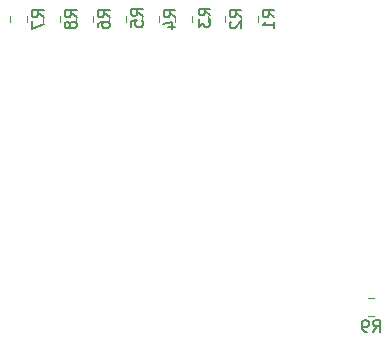
<source format=gbo>
%TF.GenerationSoftware,KiCad,Pcbnew,8.0.4*%
%TF.CreationDate,2024-08-29T11:46:16+07:00*%
%TF.ProjectId,ESP32,45535033-322e-46b6-9963-61645f706362,rev?*%
%TF.SameCoordinates,Original*%
%TF.FileFunction,Legend,Bot*%
%TF.FilePolarity,Positive*%
%FSLAX46Y46*%
G04 Gerber Fmt 4.6, Leading zero omitted, Abs format (unit mm)*
G04 Created by KiCad (PCBNEW 8.0.4) date 2024-08-29 11:46:16*
%MOMM*%
%LPD*%
G01*
G04 APERTURE LIST*
%ADD10C,0.150000*%
%ADD11C,0.120000*%
G04 APERTURE END LIST*
D10*
X70251247Y-75245833D02*
X69775056Y-74912500D01*
X70251247Y-74674405D02*
X69251247Y-74674405D01*
X69251247Y-74674405D02*
X69251247Y-75055357D01*
X69251247Y-75055357D02*
X69298866Y-75150595D01*
X69298866Y-75150595D02*
X69346485Y-75198214D01*
X69346485Y-75198214D02*
X69441723Y-75245833D01*
X69441723Y-75245833D02*
X69584580Y-75245833D01*
X69584580Y-75245833D02*
X69679818Y-75198214D01*
X69679818Y-75198214D02*
X69727437Y-75150595D01*
X69727437Y-75150595D02*
X69775056Y-75055357D01*
X69775056Y-75055357D02*
X69775056Y-74674405D01*
X69584580Y-76102976D02*
X70251247Y-76102976D01*
X69203628Y-75864881D02*
X69917913Y-75626786D01*
X69917913Y-75626786D02*
X69917913Y-76245833D01*
X86979166Y-101904819D02*
X87312499Y-101428628D01*
X87550594Y-101904819D02*
X87550594Y-100904819D01*
X87550594Y-100904819D02*
X87169642Y-100904819D01*
X87169642Y-100904819D02*
X87074404Y-100952438D01*
X87074404Y-100952438D02*
X87026785Y-101000057D01*
X87026785Y-101000057D02*
X86979166Y-101095295D01*
X86979166Y-101095295D02*
X86979166Y-101238152D01*
X86979166Y-101238152D02*
X87026785Y-101333390D01*
X87026785Y-101333390D02*
X87074404Y-101381009D01*
X87074404Y-101381009D02*
X87169642Y-101428628D01*
X87169642Y-101428628D02*
X87550594Y-101428628D01*
X86502975Y-101904819D02*
X86312499Y-101904819D01*
X86312499Y-101904819D02*
X86217261Y-101857200D01*
X86217261Y-101857200D02*
X86169642Y-101809580D01*
X86169642Y-101809580D02*
X86074404Y-101666723D01*
X86074404Y-101666723D02*
X86026785Y-101476247D01*
X86026785Y-101476247D02*
X86026785Y-101095295D01*
X86026785Y-101095295D02*
X86074404Y-101000057D01*
X86074404Y-101000057D02*
X86122023Y-100952438D01*
X86122023Y-100952438D02*
X86217261Y-100904819D01*
X86217261Y-100904819D02*
X86407737Y-100904819D01*
X86407737Y-100904819D02*
X86502975Y-100952438D01*
X86502975Y-100952438D02*
X86550594Y-101000057D01*
X86550594Y-101000057D02*
X86598213Y-101095295D01*
X86598213Y-101095295D02*
X86598213Y-101333390D01*
X86598213Y-101333390D02*
X86550594Y-101428628D01*
X86550594Y-101428628D02*
X86502975Y-101476247D01*
X86502975Y-101476247D02*
X86407737Y-101523866D01*
X86407737Y-101523866D02*
X86217261Y-101523866D01*
X86217261Y-101523866D02*
X86122023Y-101476247D01*
X86122023Y-101476247D02*
X86074404Y-101428628D01*
X86074404Y-101428628D02*
X86026785Y-101333390D01*
X75836961Y-75245833D02*
X75360770Y-74912500D01*
X75836961Y-74674405D02*
X74836961Y-74674405D01*
X74836961Y-74674405D02*
X74836961Y-75055357D01*
X74836961Y-75055357D02*
X74884580Y-75150595D01*
X74884580Y-75150595D02*
X74932199Y-75198214D01*
X74932199Y-75198214D02*
X75027437Y-75245833D01*
X75027437Y-75245833D02*
X75170294Y-75245833D01*
X75170294Y-75245833D02*
X75265532Y-75198214D01*
X75265532Y-75198214D02*
X75313151Y-75150595D01*
X75313151Y-75150595D02*
X75360770Y-75055357D01*
X75360770Y-75055357D02*
X75360770Y-74674405D01*
X74932199Y-75626786D02*
X74884580Y-75674405D01*
X74884580Y-75674405D02*
X74836961Y-75769643D01*
X74836961Y-75769643D02*
X74836961Y-76007738D01*
X74836961Y-76007738D02*
X74884580Y-76102976D01*
X74884580Y-76102976D02*
X74932199Y-76150595D01*
X74932199Y-76150595D02*
X75027437Y-76198214D01*
X75027437Y-76198214D02*
X75122675Y-76198214D01*
X75122675Y-76198214D02*
X75265532Y-76150595D01*
X75265532Y-76150595D02*
X75836961Y-75579167D01*
X75836961Y-75579167D02*
X75836961Y-76198214D01*
X78629819Y-75245833D02*
X78153628Y-74912500D01*
X78629819Y-74674405D02*
X77629819Y-74674405D01*
X77629819Y-74674405D02*
X77629819Y-75055357D01*
X77629819Y-75055357D02*
X77677438Y-75150595D01*
X77677438Y-75150595D02*
X77725057Y-75198214D01*
X77725057Y-75198214D02*
X77820295Y-75245833D01*
X77820295Y-75245833D02*
X77963152Y-75245833D01*
X77963152Y-75245833D02*
X78058390Y-75198214D01*
X78058390Y-75198214D02*
X78106009Y-75150595D01*
X78106009Y-75150595D02*
X78153628Y-75055357D01*
X78153628Y-75055357D02*
X78153628Y-74674405D01*
X78629819Y-76198214D02*
X78629819Y-75626786D01*
X78629819Y-75912500D02*
X77629819Y-75912500D01*
X77629819Y-75912500D02*
X77772676Y-75817262D01*
X77772676Y-75817262D02*
X77867914Y-75722024D01*
X77867914Y-75722024D02*
X77915533Y-75626786D01*
X67483390Y-75148333D02*
X67007199Y-74815000D01*
X67483390Y-74576905D02*
X66483390Y-74576905D01*
X66483390Y-74576905D02*
X66483390Y-74957857D01*
X66483390Y-74957857D02*
X66531009Y-75053095D01*
X66531009Y-75053095D02*
X66578628Y-75100714D01*
X66578628Y-75100714D02*
X66673866Y-75148333D01*
X66673866Y-75148333D02*
X66816723Y-75148333D01*
X66816723Y-75148333D02*
X66911961Y-75100714D01*
X66911961Y-75100714D02*
X66959580Y-75053095D01*
X66959580Y-75053095D02*
X67007199Y-74957857D01*
X67007199Y-74957857D02*
X67007199Y-74576905D01*
X66483390Y-76053095D02*
X66483390Y-75576905D01*
X66483390Y-75576905D02*
X66959580Y-75529286D01*
X66959580Y-75529286D02*
X66911961Y-75576905D01*
X66911961Y-75576905D02*
X66864342Y-75672143D01*
X66864342Y-75672143D02*
X66864342Y-75910238D01*
X66864342Y-75910238D02*
X66911961Y-76005476D01*
X66911961Y-76005476D02*
X66959580Y-76053095D01*
X66959580Y-76053095D02*
X67054818Y-76100714D01*
X67054818Y-76100714D02*
X67292913Y-76100714D01*
X67292913Y-76100714D02*
X67388151Y-76053095D01*
X67388151Y-76053095D02*
X67435771Y-76005476D01*
X67435771Y-76005476D02*
X67483390Y-75910238D01*
X67483390Y-75910238D02*
X67483390Y-75672143D01*
X67483390Y-75672143D02*
X67435771Y-75576905D01*
X67435771Y-75576905D02*
X67388151Y-75529286D01*
X64665533Y-75245833D02*
X64189342Y-74912500D01*
X64665533Y-74674405D02*
X63665533Y-74674405D01*
X63665533Y-74674405D02*
X63665533Y-75055357D01*
X63665533Y-75055357D02*
X63713152Y-75150595D01*
X63713152Y-75150595D02*
X63760771Y-75198214D01*
X63760771Y-75198214D02*
X63856009Y-75245833D01*
X63856009Y-75245833D02*
X63998866Y-75245833D01*
X63998866Y-75245833D02*
X64094104Y-75198214D01*
X64094104Y-75198214D02*
X64141723Y-75150595D01*
X64141723Y-75150595D02*
X64189342Y-75055357D01*
X64189342Y-75055357D02*
X64189342Y-74674405D01*
X63665533Y-76102976D02*
X63665533Y-75912500D01*
X63665533Y-75912500D02*
X63713152Y-75817262D01*
X63713152Y-75817262D02*
X63760771Y-75769643D01*
X63760771Y-75769643D02*
X63903628Y-75674405D01*
X63903628Y-75674405D02*
X64094104Y-75626786D01*
X64094104Y-75626786D02*
X64475056Y-75626786D01*
X64475056Y-75626786D02*
X64570294Y-75674405D01*
X64570294Y-75674405D02*
X64617914Y-75722024D01*
X64617914Y-75722024D02*
X64665533Y-75817262D01*
X64665533Y-75817262D02*
X64665533Y-76007738D01*
X64665533Y-76007738D02*
X64617914Y-76102976D01*
X64617914Y-76102976D02*
X64570294Y-76150595D01*
X64570294Y-76150595D02*
X64475056Y-76198214D01*
X64475056Y-76198214D02*
X64236961Y-76198214D01*
X64236961Y-76198214D02*
X64141723Y-76150595D01*
X64141723Y-76150595D02*
X64094104Y-76102976D01*
X64094104Y-76102976D02*
X64046485Y-76007738D01*
X64046485Y-76007738D02*
X64046485Y-75817262D01*
X64046485Y-75817262D02*
X64094104Y-75722024D01*
X64094104Y-75722024D02*
X64141723Y-75674405D01*
X64141723Y-75674405D02*
X64236961Y-75626786D01*
X73206604Y-75095833D02*
X72730413Y-74762500D01*
X73206604Y-74524405D02*
X72206604Y-74524405D01*
X72206604Y-74524405D02*
X72206604Y-74905357D01*
X72206604Y-74905357D02*
X72254223Y-75000595D01*
X72254223Y-75000595D02*
X72301842Y-75048214D01*
X72301842Y-75048214D02*
X72397080Y-75095833D01*
X72397080Y-75095833D02*
X72539937Y-75095833D01*
X72539937Y-75095833D02*
X72635175Y-75048214D01*
X72635175Y-75048214D02*
X72682794Y-75000595D01*
X72682794Y-75000595D02*
X72730413Y-74905357D01*
X72730413Y-74905357D02*
X72730413Y-74524405D01*
X72206604Y-75429167D02*
X72206604Y-76048214D01*
X72206604Y-76048214D02*
X72587556Y-75714881D01*
X72587556Y-75714881D02*
X72587556Y-75857738D01*
X72587556Y-75857738D02*
X72635175Y-75952976D01*
X72635175Y-75952976D02*
X72682794Y-76000595D01*
X72682794Y-76000595D02*
X72778032Y-76048214D01*
X72778032Y-76048214D02*
X73016127Y-76048214D01*
X73016127Y-76048214D02*
X73111365Y-76000595D01*
X73111365Y-76000595D02*
X73158985Y-75952976D01*
X73158985Y-75952976D02*
X73206604Y-75857738D01*
X73206604Y-75857738D02*
X73206604Y-75572024D01*
X73206604Y-75572024D02*
X73158985Y-75476786D01*
X73158985Y-75476786D02*
X73111365Y-75429167D01*
X59079819Y-75245833D02*
X58603628Y-74912500D01*
X59079819Y-74674405D02*
X58079819Y-74674405D01*
X58079819Y-74674405D02*
X58079819Y-75055357D01*
X58079819Y-75055357D02*
X58127438Y-75150595D01*
X58127438Y-75150595D02*
X58175057Y-75198214D01*
X58175057Y-75198214D02*
X58270295Y-75245833D01*
X58270295Y-75245833D02*
X58413152Y-75245833D01*
X58413152Y-75245833D02*
X58508390Y-75198214D01*
X58508390Y-75198214D02*
X58556009Y-75150595D01*
X58556009Y-75150595D02*
X58603628Y-75055357D01*
X58603628Y-75055357D02*
X58603628Y-74674405D01*
X58079819Y-75579167D02*
X58079819Y-76245833D01*
X58079819Y-76245833D02*
X59079819Y-75817262D01*
X61872676Y-75245833D02*
X61396485Y-74912500D01*
X61872676Y-74674405D02*
X60872676Y-74674405D01*
X60872676Y-74674405D02*
X60872676Y-75055357D01*
X60872676Y-75055357D02*
X60920295Y-75150595D01*
X60920295Y-75150595D02*
X60967914Y-75198214D01*
X60967914Y-75198214D02*
X61063152Y-75245833D01*
X61063152Y-75245833D02*
X61206009Y-75245833D01*
X61206009Y-75245833D02*
X61301247Y-75198214D01*
X61301247Y-75198214D02*
X61348866Y-75150595D01*
X61348866Y-75150595D02*
X61396485Y-75055357D01*
X61396485Y-75055357D02*
X61396485Y-74674405D01*
X61301247Y-75817262D02*
X61253628Y-75722024D01*
X61253628Y-75722024D02*
X61206009Y-75674405D01*
X61206009Y-75674405D02*
X61110771Y-75626786D01*
X61110771Y-75626786D02*
X61063152Y-75626786D01*
X61063152Y-75626786D02*
X60967914Y-75674405D01*
X60967914Y-75674405D02*
X60920295Y-75722024D01*
X60920295Y-75722024D02*
X60872676Y-75817262D01*
X60872676Y-75817262D02*
X60872676Y-76007738D01*
X60872676Y-76007738D02*
X60920295Y-76102976D01*
X60920295Y-76102976D02*
X60967914Y-76150595D01*
X60967914Y-76150595D02*
X61063152Y-76198214D01*
X61063152Y-76198214D02*
X61110771Y-76198214D01*
X61110771Y-76198214D02*
X61206009Y-76150595D01*
X61206009Y-76150595D02*
X61253628Y-76102976D01*
X61253628Y-76102976D02*
X61301247Y-76007738D01*
X61301247Y-76007738D02*
X61301247Y-75817262D01*
X61301247Y-75817262D02*
X61348866Y-75722024D01*
X61348866Y-75722024D02*
X61396485Y-75674405D01*
X61396485Y-75674405D02*
X61491723Y-75626786D01*
X61491723Y-75626786D02*
X61682199Y-75626786D01*
X61682199Y-75626786D02*
X61777437Y-75674405D01*
X61777437Y-75674405D02*
X61825057Y-75722024D01*
X61825057Y-75722024D02*
X61872676Y-75817262D01*
X61872676Y-75817262D02*
X61872676Y-76007738D01*
X61872676Y-76007738D02*
X61825057Y-76102976D01*
X61825057Y-76102976D02*
X61777437Y-76150595D01*
X61777437Y-76150595D02*
X61682199Y-76198214D01*
X61682199Y-76198214D02*
X61491723Y-76198214D01*
X61491723Y-76198214D02*
X61396485Y-76150595D01*
X61396485Y-76150595D02*
X61348866Y-76102976D01*
X61348866Y-76102976D02*
X61301247Y-76007738D01*
D11*
%TO.C,R4*%
X67411428Y-75185436D02*
X67411428Y-75639564D01*
X68881428Y-75185436D02*
X68881428Y-75639564D01*
%TO.C,R9*%
X87039564Y-99065000D02*
X86585436Y-99065000D01*
X87039564Y-100535000D02*
X86585436Y-100535000D01*
%TO.C,R2*%
X72997142Y-75185436D02*
X72997142Y-75639564D01*
X74467142Y-75185436D02*
X74467142Y-75639564D01*
%TO.C,R1*%
X75790000Y-75185436D02*
X75790000Y-75639564D01*
X77260000Y-75185436D02*
X77260000Y-75639564D01*
%TO.C,R5*%
X64618571Y-75185436D02*
X64618571Y-75639564D01*
X66088571Y-75185436D02*
X66088571Y-75639564D01*
%TO.C,R6*%
X61825714Y-75185436D02*
X61825714Y-75639564D01*
X63295714Y-75185436D02*
X63295714Y-75639564D01*
%TO.C,R3*%
X70204285Y-75185436D02*
X70204285Y-75639564D01*
X71674285Y-75185436D02*
X71674285Y-75639564D01*
%TO.C,R7*%
X56240000Y-75185436D02*
X56240000Y-75639564D01*
X57710000Y-75185436D02*
X57710000Y-75639564D01*
%TO.C,R8*%
X59032857Y-75185436D02*
X59032857Y-75639564D01*
X60502857Y-75185436D02*
X60502857Y-75639564D01*
%TD*%
M02*

</source>
